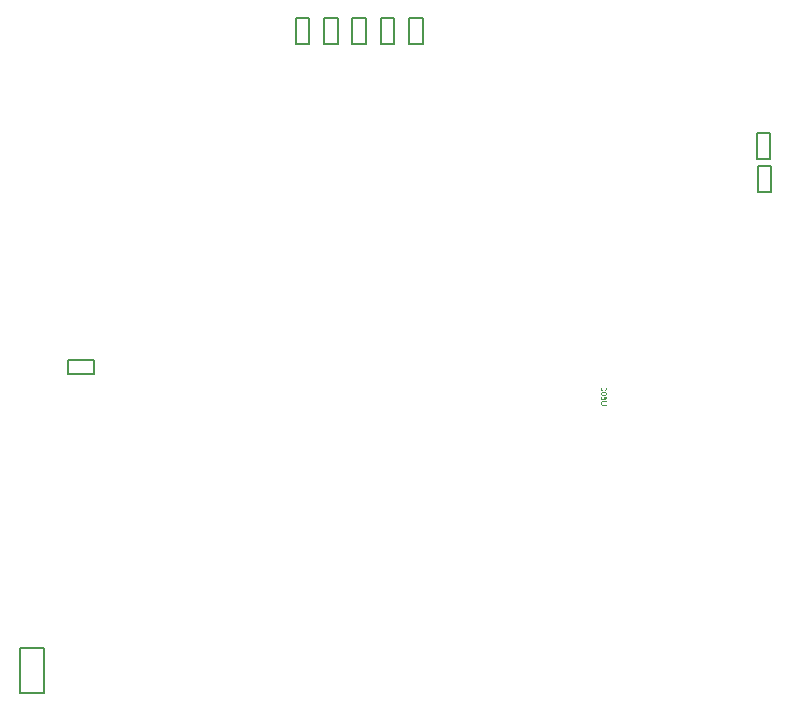
<source format=gbr>
%TF.GenerationSoftware,Altium Limited,Altium Designer,23.11.1 (41)*%
G04 Layer_Color=32768*
%FSLAX45Y45*%
%MOMM*%
%TF.SameCoordinates,D78E9C2B-A710-42EA-B38E-4640A2B68151*%
%TF.FilePolarity,Positive*%
%TF.FileFunction,Other,Bottom_Assembly*%
%TF.Part,Single*%
G01*
G75*
%TA.AperFunction,NonConductor*%
%ADD139C,0.20000*%
G36*
X5411462Y3867951D02*
X5412588D01*
X5413713Y3867881D01*
X5414698Y3867740D01*
X5415683Y3867670D01*
X5416528Y3867600D01*
X5417302Y3867459D01*
X5418005Y3867389D01*
X5418638Y3867248D01*
X5419131Y3867177D01*
X5419553Y3867107D01*
X5419905Y3867037D01*
X5420116Y3866966D01*
X5420257Y3866896D01*
X5420327D01*
X5421875Y3866474D01*
X5423282Y3865981D01*
X5424478Y3865418D01*
X5425533Y3864996D01*
X5426448Y3864504D01*
X5427081Y3864222D01*
X5427433Y3863941D01*
X5427574Y3863871D01*
X5428629Y3863097D01*
X5429544Y3862323D01*
X5430318Y3861478D01*
X5431021Y3860704D01*
X5431514Y3860001D01*
X5431866Y3859438D01*
X5432077Y3859086D01*
X5432147Y3859016D01*
Y3858946D01*
X5432710Y3857820D01*
X5433062Y3856624D01*
X5433343Y3855498D01*
X5433554Y3854443D01*
X5433695Y3853528D01*
X5433765Y3852754D01*
Y3852121D01*
X5433625Y3850221D01*
X5433343Y3848462D01*
X5432851Y3846985D01*
X5432358Y3845718D01*
X5431795Y3844663D01*
X5431584Y3844241D01*
X5431303Y3843889D01*
X5431162Y3843608D01*
X5431021Y3843396D01*
X5430881Y3843326D01*
Y3843256D01*
X5429755Y3841989D01*
X5428418Y3840934D01*
X5427081Y3840019D01*
X5425815Y3839316D01*
X5424619Y3838753D01*
X5424126Y3838471D01*
X5423634Y3838331D01*
X5423282Y3838190D01*
X5423001Y3838049D01*
X5422860Y3837979D01*
X5422790D01*
X5421734Y3837697D01*
X5420679Y3837416D01*
X5418357Y3836994D01*
X5416035Y3836642D01*
X5413854Y3836431D01*
X5412799Y3836361D01*
X5411884Y3836290D01*
X5411040D01*
X5410266Y3836220D01*
X5409703D01*
X5409210D01*
X5408929D01*
X5408859D01*
X5406396Y3836290D01*
X5404074Y3836431D01*
X5401964Y3836642D01*
X5399994Y3836994D01*
X5398164Y3837346D01*
X5396546Y3837768D01*
X5395068Y3838190D01*
X5393802Y3838612D01*
X5392676Y3839034D01*
X5391691Y3839527D01*
X5390847Y3839879D01*
X5390214Y3840230D01*
X5389651Y3840582D01*
X5389299Y3840793D01*
X5389088Y3840934D01*
X5389018Y3841004D01*
X5388173Y3841778D01*
X5387399Y3842622D01*
X5386696Y3843537D01*
X5386133Y3844452D01*
X5385640Y3845366D01*
X5385218Y3846281D01*
X5384937Y3847196D01*
X5384655Y3848040D01*
X5384444Y3848884D01*
X5384304Y3849658D01*
X5384163Y3850362D01*
X5384093Y3850925D01*
X5384022Y3851417D01*
Y3852121D01*
X5384163Y3854020D01*
X5384444Y3855779D01*
X5384937Y3857257D01*
X5385429Y3858523D01*
X5385922Y3859579D01*
X5386203Y3859931D01*
X5386414Y3860282D01*
X5386555Y3860564D01*
X5386696Y3860775D01*
X5386837Y3860845D01*
Y3860916D01*
X5388033Y3862182D01*
X5389299Y3863237D01*
X5390706Y3864152D01*
X5391973Y3864856D01*
X5393169Y3865418D01*
X5393661Y3865700D01*
X5394154Y3865841D01*
X5394506Y3865981D01*
X5394787Y3866122D01*
X5394928Y3866192D01*
X5394998D01*
X5396053Y3866544D01*
X5397109Y3866826D01*
X5399360Y3867248D01*
X5401682Y3867600D01*
X5403934Y3867811D01*
X5404919Y3867881D01*
X5405833Y3867951D01*
X5406678D01*
X5407451Y3868022D01*
X5408014D01*
X5408507D01*
X5408788D01*
X5408859D01*
X5410195D01*
X5411462Y3867951D01*
D02*
G37*
G36*
Y3830099D02*
X5412588D01*
X5413713Y3830028D01*
X5414698Y3829888D01*
X5415683Y3829817D01*
X5416528Y3829747D01*
X5417302Y3829606D01*
X5418005Y3829536D01*
X5418638Y3829395D01*
X5419131Y3829325D01*
X5419553Y3829254D01*
X5419905Y3829184D01*
X5420116Y3829114D01*
X5420257Y3829043D01*
X5420327D01*
X5421875Y3828621D01*
X5423282Y3828129D01*
X5424478Y3827566D01*
X5425533Y3827144D01*
X5426448Y3826651D01*
X5427081Y3826370D01*
X5427433Y3826088D01*
X5427574Y3826018D01*
X5428629Y3825244D01*
X5429544Y3824470D01*
X5430318Y3823626D01*
X5431021Y3822852D01*
X5431514Y3822148D01*
X5431866Y3821585D01*
X5432077Y3821234D01*
X5432147Y3821163D01*
Y3821093D01*
X5432710Y3819967D01*
X5433062Y3818771D01*
X5433343Y3817645D01*
X5433554Y3816590D01*
X5433695Y3815675D01*
X5433765Y3814901D01*
Y3814268D01*
X5433625Y3812369D01*
X5433343Y3810610D01*
X5432851Y3809132D01*
X5432358Y3807866D01*
X5431795Y3806810D01*
X5431584Y3806388D01*
X5431303Y3806036D01*
X5431162Y3805755D01*
X5431021Y3805544D01*
X5430881Y3805473D01*
Y3805403D01*
X5429755Y3804137D01*
X5428418Y3803081D01*
X5427081Y3802167D01*
X5425815Y3801463D01*
X5424619Y3800900D01*
X5424126Y3800619D01*
X5423634Y3800478D01*
X5423282Y3800337D01*
X5423001Y3800197D01*
X5422860Y3800126D01*
X5422790D01*
X5421734Y3799845D01*
X5420679Y3799563D01*
X5418357Y3799141D01*
X5416035Y3798789D01*
X5413854Y3798578D01*
X5412799Y3798508D01*
X5411884Y3798438D01*
X5411040D01*
X5410266Y3798367D01*
X5409703D01*
X5409210D01*
X5408929D01*
X5408859D01*
X5406396Y3798438D01*
X5404074Y3798578D01*
X5401964Y3798789D01*
X5399994Y3799141D01*
X5398164Y3799493D01*
X5396546Y3799915D01*
X5395068Y3800337D01*
X5393802Y3800759D01*
X5392676Y3801182D01*
X5391691Y3801674D01*
X5390847Y3802026D01*
X5390214Y3802378D01*
X5389651Y3802730D01*
X5389299Y3802941D01*
X5389088Y3803081D01*
X5389018Y3803152D01*
X5388173Y3803926D01*
X5387399Y3804770D01*
X5386696Y3805685D01*
X5386133Y3806599D01*
X5385640Y3807514D01*
X5385218Y3808429D01*
X5384937Y3809343D01*
X5384655Y3810187D01*
X5384444Y3811032D01*
X5384304Y3811806D01*
X5384163Y3812509D01*
X5384093Y3813072D01*
X5384022Y3813565D01*
Y3814268D01*
X5384163Y3816168D01*
X5384444Y3817927D01*
X5384937Y3819404D01*
X5385429Y3820671D01*
X5385922Y3821726D01*
X5386203Y3822078D01*
X5386414Y3822430D01*
X5386555Y3822711D01*
X5386696Y3822922D01*
X5386837Y3822993D01*
Y3823063D01*
X5388033Y3824329D01*
X5389299Y3825385D01*
X5390706Y3826299D01*
X5391973Y3827003D01*
X5393169Y3827566D01*
X5393661Y3827847D01*
X5394154Y3827988D01*
X5394506Y3828129D01*
X5394787Y3828269D01*
X5394928Y3828340D01*
X5394998D01*
X5396053Y3828692D01*
X5397109Y3828973D01*
X5399360Y3829395D01*
X5401682Y3829747D01*
X5403934Y3829958D01*
X5404919Y3830028D01*
X5405833Y3830099D01*
X5406678D01*
X5407451Y3830169D01*
X5408014D01*
X5408507D01*
X5408788D01*
X5408859D01*
X5410195D01*
X5411462Y3830099D01*
D02*
G37*
G36*
X5401893Y3792387D02*
X5403089Y3792246D01*
X5404285Y3792035D01*
X5405341Y3791824D01*
X5406326Y3791472D01*
X5407311Y3791120D01*
X5408155Y3790769D01*
X5408929Y3790346D01*
X5409633Y3789924D01*
X5410266Y3789573D01*
X5410758Y3789221D01*
X5411251Y3788869D01*
X5411603Y3788658D01*
X5411814Y3788447D01*
X5411954Y3788306D01*
X5412025Y3788236D01*
X5412799Y3787462D01*
X5413502Y3786618D01*
X5414065Y3785703D01*
X5414558Y3784859D01*
X5415050Y3784014D01*
X5415402Y3783170D01*
X5415894Y3781552D01*
X5416105Y3780848D01*
X5416246Y3780145D01*
X5416317Y3779582D01*
X5416387Y3779019D01*
X5416457Y3778597D01*
Y3778034D01*
X5416387Y3776767D01*
X5416176Y3775571D01*
X5415965Y3774446D01*
X5415683Y3773461D01*
X5415332Y3772616D01*
X5415120Y3771983D01*
X5414909Y3771561D01*
X5414839Y3771491D01*
Y3771420D01*
X5414135Y3770294D01*
X5413362Y3769309D01*
X5412588Y3768395D01*
X5411743Y3767691D01*
X5411040Y3767058D01*
X5410477Y3766565D01*
X5410055Y3766284D01*
X5409984Y3766214D01*
X5411251D01*
X5412517Y3766284D01*
X5413643Y3766354D01*
X5414769Y3766495D01*
X5415754Y3766565D01*
X5416668Y3766706D01*
X5417513Y3766847D01*
X5418287Y3767058D01*
X5418990Y3767199D01*
X5419553Y3767339D01*
X5420046Y3767480D01*
X5420468Y3767551D01*
X5420749Y3767691D01*
X5420960Y3767762D01*
X5421101Y3767832D01*
X5421171D01*
X5422578Y3768536D01*
X5423845Y3769239D01*
X5424830Y3770013D01*
X5425674Y3770717D01*
X5426378Y3771350D01*
X5426870Y3771842D01*
X5427152Y3772194D01*
X5427222Y3772335D01*
X5427785Y3773179D01*
X5428137Y3774023D01*
X5428418Y3774868D01*
X5428629Y3775712D01*
X5428770Y3776345D01*
X5428840Y3776908D01*
Y3777401D01*
X5428700Y3778667D01*
X5428418Y3779863D01*
X5427996Y3780848D01*
X5427574Y3781763D01*
X5427081Y3782466D01*
X5426659Y3782959D01*
X5426378Y3783240D01*
X5426237Y3783381D01*
X5425604Y3783874D01*
X5424830Y3784366D01*
X5423986Y3784788D01*
X5423141Y3785070D01*
X5422367Y3785351D01*
X5421734Y3785562D01*
X5421312Y3785633D01*
X5421242Y3785703D01*
X5421171D01*
X5421664Y3791683D01*
X5423634Y3791261D01*
X5425393Y3790628D01*
X5426941Y3789924D01*
X5428207Y3789150D01*
X5429192Y3788376D01*
X5429614Y3788095D01*
X5429966Y3787743D01*
X5430177Y3787532D01*
X5430388Y3787321D01*
X5430459Y3787251D01*
X5430529Y3787180D01*
X5431092Y3786477D01*
X5431584Y3785703D01*
X5432429Y3784155D01*
X5432991Y3782607D01*
X5433343Y3781130D01*
X5433625Y3779793D01*
X5433695Y3779230D01*
Y3778737D01*
X5433765Y3778315D01*
Y3777752D01*
X5433695Y3776345D01*
X5433554Y3775008D01*
X5433273Y3773742D01*
X5432921Y3772546D01*
X5432429Y3771491D01*
X5432006Y3770435D01*
X5431444Y3769521D01*
X5430951Y3768676D01*
X5430459Y3767973D01*
X5429896Y3767269D01*
X5429474Y3766706D01*
X5429051Y3766284D01*
X5428629Y3765932D01*
X5428348Y3765651D01*
X5428207Y3765510D01*
X5428137Y3765440D01*
X5426870Y3764525D01*
X5425393Y3763751D01*
X5423845Y3763048D01*
X5422227Y3762414D01*
X5420538Y3761922D01*
X5418849Y3761500D01*
X5417091Y3761148D01*
X5415472Y3760866D01*
X5413854Y3760655D01*
X5412377Y3760515D01*
X5411040Y3760374D01*
X5409914Y3760304D01*
X5408929D01*
X5408225Y3760233D01*
X5407944D01*
X5407733D01*
X5407663D01*
X5407592D01*
X5405341Y3760304D01*
X5403230Y3760444D01*
X5401260Y3760655D01*
X5399431Y3761007D01*
X5397812Y3761359D01*
X5396335Y3761711D01*
X5394998Y3762133D01*
X5393802Y3762625D01*
X5392817Y3763048D01*
X5391902Y3763470D01*
X5391199Y3763822D01*
X5390566Y3764244D01*
X5390073Y3764525D01*
X5389792Y3764736D01*
X5389581Y3764877D01*
X5389510Y3764947D01*
X5388525Y3765862D01*
X5387681Y3766847D01*
X5386977Y3767832D01*
X5386344Y3768817D01*
X5385781Y3769872D01*
X5385359Y3770857D01*
X5385007Y3771842D01*
X5384726Y3772827D01*
X5384515Y3773672D01*
X5384304Y3774516D01*
X5384163Y3775220D01*
X5384093Y3775853D01*
Y3776416D01*
X5384022Y3776767D01*
Y3777119D01*
X5384093Y3778737D01*
X5384374Y3780215D01*
X5384655Y3781552D01*
X5385078Y3782748D01*
X5385429Y3783662D01*
X5385781Y3784366D01*
X5385852Y3784647D01*
X5385992Y3784859D01*
X5386063Y3784929D01*
Y3784999D01*
X5386907Y3786195D01*
X5387892Y3787321D01*
X5388877Y3788236D01*
X5389862Y3789010D01*
X5390777Y3789643D01*
X5391480Y3790065D01*
X5391762Y3790206D01*
X5391973Y3790346D01*
X5392043Y3790417D01*
X5392113D01*
X5393591Y3791120D01*
X5395139Y3791613D01*
X5396546Y3791965D01*
X5397883Y3792176D01*
X5399009Y3792387D01*
X5399431D01*
X5399853Y3792457D01*
X5400205D01*
X5400416D01*
X5400556D01*
X5400627D01*
X5401893Y3792387D01*
D02*
G37*
G36*
X5433554Y3745740D02*
X5405411D01*
X5403793D01*
X5402245Y3745599D01*
X5400908Y3745458D01*
X5399642Y3745247D01*
X5398516Y3745036D01*
X5397461Y3744755D01*
X5396546Y3744543D01*
X5395772Y3744262D01*
X5395139Y3743981D01*
X5394506Y3743699D01*
X5394083Y3743418D01*
X5393661Y3743207D01*
X5393380Y3742996D01*
X5393169Y3742855D01*
X5393098Y3742784D01*
X5393028Y3742714D01*
X5392465Y3742081D01*
X5391973Y3741377D01*
X5391199Y3739829D01*
X5390636Y3738211D01*
X5390284Y3736523D01*
X5390003Y3734975D01*
X5389932Y3734342D01*
Y3733708D01*
X5389862Y3733286D01*
Y3732583D01*
X5389932Y3731105D01*
X5390143Y3729768D01*
X5390354Y3728502D01*
X5390706Y3727517D01*
X5390988Y3726673D01*
X5391199Y3726039D01*
X5391410Y3725687D01*
X5391480Y3725547D01*
X5392113Y3724562D01*
X5392887Y3723717D01*
X5393661Y3723014D01*
X5394365Y3722521D01*
X5395068Y3722099D01*
X5395561Y3721747D01*
X5395913Y3721607D01*
X5396053Y3721536D01*
X5396687Y3721325D01*
X5397320Y3721185D01*
X5398797Y3720903D01*
X5400345Y3720692D01*
X5401893Y3720551D01*
X5403230Y3720481D01*
X5403863D01*
X5404356Y3720411D01*
X5404778D01*
X5405130D01*
X5405341D01*
X5405411D01*
X5433554D01*
Y3713938D01*
X5405411D01*
X5404004D01*
X5402667Y3714008D01*
X5401401Y3714078D01*
X5400205Y3714219D01*
X5399149Y3714360D01*
X5398164Y3714501D01*
X5397250Y3714712D01*
X5396405Y3714852D01*
X5395631Y3714993D01*
X5394998Y3715204D01*
X5394435Y3715345D01*
X5394013Y3715486D01*
X5393661Y3715626D01*
X5393380Y3715697D01*
X5393239Y3715767D01*
X5393169D01*
X5391621Y3716541D01*
X5390214Y3717526D01*
X5389088Y3718511D01*
X5388103Y3719566D01*
X5387329Y3720481D01*
X5386766Y3721255D01*
X5386625Y3721536D01*
X5386485Y3721747D01*
X5386344Y3721888D01*
Y3721959D01*
X5385570Y3723717D01*
X5385007Y3725547D01*
X5384585Y3727446D01*
X5384304Y3729205D01*
X5384233Y3729979D01*
X5384163Y3730753D01*
X5384093Y3731457D01*
Y3732020D01*
X5384022Y3732512D01*
Y3733145D01*
X5384163Y3735678D01*
X5384304Y3736804D01*
X5384444Y3737859D01*
X5384655Y3738915D01*
X5384867Y3739829D01*
X5385078Y3740674D01*
X5385359Y3741448D01*
X5385640Y3742151D01*
X5385852Y3742714D01*
X5386063Y3743277D01*
X5386274Y3743699D01*
X5386485Y3744051D01*
X5386555Y3744262D01*
X5386696Y3744403D01*
Y3744473D01*
X5387751Y3746021D01*
X5388947Y3747287D01*
X5390073Y3748272D01*
X5391199Y3749117D01*
X5392184Y3749750D01*
X5392958Y3750172D01*
X5393239Y3750313D01*
X5393450Y3750454D01*
X5393591Y3750524D01*
X5393661D01*
X5394506Y3750805D01*
X5395420Y3751087D01*
X5397320Y3751509D01*
X5399290Y3751790D01*
X5401190Y3752001D01*
X5402034Y3752072D01*
X5402878Y3752142D01*
X5403582D01*
X5404215Y3752212D01*
X5404708D01*
X5405059D01*
X5405341D01*
X5405411D01*
X5433554D01*
Y3745740D01*
D02*
G37*
%LPC*%
G36*
X5409984Y3861901D02*
X5409351D01*
X5408999D01*
X5408929D01*
X5408859D01*
X5406678D01*
X5404708Y3861760D01*
X5402949Y3861619D01*
X5401260Y3861478D01*
X5399853Y3861267D01*
X5398516Y3860986D01*
X5397390Y3860704D01*
X5396335Y3860493D01*
X5395491Y3860212D01*
X5394787Y3859931D01*
X5394154Y3859719D01*
X5393661Y3859438D01*
X5393310Y3859297D01*
X5393098Y3859157D01*
X5392958Y3859016D01*
X5392887D01*
X5392184Y3858453D01*
X5391621Y3857890D01*
X5391058Y3857327D01*
X5390636Y3856764D01*
X5389932Y3855568D01*
X5389440Y3854513D01*
X5389158Y3853528D01*
X5389018Y3852824D01*
X5388947Y3852543D01*
Y3852121D01*
X5389018Y3851347D01*
X5389088Y3850643D01*
X5389581Y3849306D01*
X5390214Y3848110D01*
X5390917Y3847055D01*
X5391621Y3846281D01*
X5392254Y3845648D01*
X5392747Y3845296D01*
X5392817Y3845155D01*
X5392887D01*
X5393732Y3844663D01*
X5394717Y3844241D01*
X5395842Y3843819D01*
X5397038Y3843537D01*
X5398305Y3843256D01*
X5399642Y3843045D01*
X5402386Y3842693D01*
X5403652Y3842552D01*
X5404848Y3842482D01*
X5405974Y3842411D01*
X5406889D01*
X5407733Y3842341D01*
X5408366D01*
X5408718D01*
X5408859D01*
X5411040Y3842411D01*
X5413010Y3842482D01*
X5414839Y3842622D01*
X5416528Y3842834D01*
X5418005Y3843045D01*
X5419342Y3843326D01*
X5420538Y3843608D01*
X5421593Y3843889D01*
X5422508Y3844170D01*
X5423282Y3844381D01*
X5423915Y3844663D01*
X5424478Y3844874D01*
X5424830Y3845085D01*
X5425111Y3845226D01*
X5425252Y3845366D01*
X5425322D01*
X5425956Y3845859D01*
X5426518Y3846351D01*
X5426941Y3846914D01*
X5427363Y3847477D01*
X5427996Y3848603D01*
X5428418Y3849658D01*
X5428629Y3850573D01*
X5428770Y3851347D01*
X5428840Y3851628D01*
Y3852050D01*
X5428770Y3852824D01*
X5428700Y3853598D01*
X5428489Y3854302D01*
X5428207Y3854935D01*
X5427574Y3856131D01*
X5426870Y3857187D01*
X5426096Y3857961D01*
X5425463Y3858594D01*
X5425182Y3858805D01*
X5424971Y3858946D01*
X5424900Y3859086D01*
X5424830D01*
X5423986Y3859579D01*
X5423001Y3860001D01*
X5421875Y3860423D01*
X5420679Y3860704D01*
X5419412Y3860986D01*
X5418076Y3861197D01*
X5415402Y3861549D01*
X5414065Y3861690D01*
X5412869Y3861760D01*
X5411743Y3861830D01*
X5410829D01*
X5409984Y3861901D01*
D02*
G37*
G36*
Y3824048D02*
X5409351D01*
X5408999D01*
X5408929D01*
X5408859D01*
X5406678D01*
X5404708Y3823907D01*
X5402949Y3823767D01*
X5401260Y3823626D01*
X5399853Y3823415D01*
X5398516Y3823133D01*
X5397390Y3822852D01*
X5396335Y3822641D01*
X5395491Y3822359D01*
X5394787Y3822078D01*
X5394154Y3821867D01*
X5393661Y3821585D01*
X5393310Y3821445D01*
X5393098Y3821304D01*
X5392958Y3821163D01*
X5392887D01*
X5392184Y3820600D01*
X5391621Y3820038D01*
X5391058Y3819475D01*
X5390636Y3818912D01*
X5389932Y3817716D01*
X5389440Y3816660D01*
X5389158Y3815675D01*
X5389018Y3814972D01*
X5388947Y3814690D01*
Y3814268D01*
X5389018Y3813494D01*
X5389088Y3812791D01*
X5389581Y3811454D01*
X5390214Y3810258D01*
X5390917Y3809202D01*
X5391621Y3808429D01*
X5392254Y3807795D01*
X5392747Y3807443D01*
X5392817Y3807303D01*
X5392887D01*
X5393732Y3806810D01*
X5394717Y3806388D01*
X5395842Y3805966D01*
X5397038Y3805685D01*
X5398305Y3805403D01*
X5399642Y3805192D01*
X5402386Y3804840D01*
X5403652Y3804700D01*
X5404848Y3804629D01*
X5405974Y3804559D01*
X5406889D01*
X5407733Y3804488D01*
X5408366D01*
X5408718D01*
X5408859D01*
X5411040Y3804559D01*
X5413010Y3804629D01*
X5414839Y3804770D01*
X5416528Y3804981D01*
X5418005Y3805192D01*
X5419342Y3805473D01*
X5420538Y3805755D01*
X5421593Y3806036D01*
X5422508Y3806318D01*
X5423282Y3806529D01*
X5423915Y3806810D01*
X5424478Y3807021D01*
X5424830Y3807232D01*
X5425111Y3807373D01*
X5425252Y3807514D01*
X5425322D01*
X5425956Y3808006D01*
X5426518Y3808499D01*
X5426941Y3809062D01*
X5427363Y3809625D01*
X5427996Y3810750D01*
X5428418Y3811806D01*
X5428629Y3812720D01*
X5428770Y3813494D01*
X5428840Y3813776D01*
Y3814198D01*
X5428770Y3814972D01*
X5428700Y3815746D01*
X5428489Y3816449D01*
X5428207Y3817083D01*
X5427574Y3818279D01*
X5426870Y3819334D01*
X5426096Y3820108D01*
X5425463Y3820741D01*
X5425182Y3820952D01*
X5424971Y3821093D01*
X5424900Y3821234D01*
X5424830D01*
X5423986Y3821726D01*
X5423001Y3822148D01*
X5421875Y3822570D01*
X5420679Y3822852D01*
X5419412Y3823133D01*
X5418076Y3823344D01*
X5415402Y3823696D01*
X5414065Y3823837D01*
X5412869Y3823907D01*
X5411743Y3823978D01*
X5410829D01*
X5409984Y3824048D01*
D02*
G37*
G36*
X5400767Y3786336D02*
X5400486D01*
X5400345D01*
X5400275D01*
X5398375Y3786195D01*
X5396757Y3785914D01*
X5395350Y3785492D01*
X5394154Y3784999D01*
X5393239Y3784436D01*
X5392536Y3784014D01*
X5392113Y3783733D01*
X5392043Y3783592D01*
X5391973D01*
X5391410Y3783100D01*
X5390988Y3782537D01*
X5390214Y3781411D01*
X5389721Y3780285D01*
X5389299Y3779300D01*
X5389088Y3778386D01*
X5389018Y3777682D01*
X5388947Y3777401D01*
Y3777049D01*
X5389018Y3776064D01*
X5389158Y3775149D01*
X5389440Y3774305D01*
X5389721Y3773601D01*
X5389932Y3772968D01*
X5390214Y3772476D01*
X5390354Y3772194D01*
X5390425Y3772053D01*
X5391058Y3771209D01*
X5391691Y3770506D01*
X5392465Y3769872D01*
X5393098Y3769380D01*
X5393732Y3768958D01*
X5394224Y3768676D01*
X5394576Y3768465D01*
X5394717Y3768395D01*
X5395772Y3767973D01*
X5396827Y3767691D01*
X5397812Y3767410D01*
X5398727Y3767269D01*
X5399501Y3767199D01*
X5400134Y3767128D01*
X5400486D01*
X5400627D01*
X5402315Y3767269D01*
X5403793Y3767551D01*
X5405130Y3768043D01*
X5406185Y3768536D01*
X5407100Y3769028D01*
X5407733Y3769521D01*
X5408085Y3769802D01*
X5408225Y3769943D01*
X5409210Y3771068D01*
X5409914Y3772194D01*
X5410477Y3773390D01*
X5410829Y3774446D01*
X5411040Y3775431D01*
X5411110Y3776134D01*
X5411180Y3776416D01*
Y3776838D01*
X5411040Y3778315D01*
X5410688Y3779652D01*
X5410266Y3780778D01*
X5409703Y3781763D01*
X5409140Y3782537D01*
X5408718Y3783100D01*
X5408366Y3783451D01*
X5408225Y3783592D01*
X5407029Y3784507D01*
X5405763Y3785210D01*
X5404426Y3785703D01*
X5403160Y3785984D01*
X5402034Y3786195D01*
X5401541Y3786266D01*
X5401119D01*
X5400767Y3786336D01*
D02*
G37*
%LPD*%
D139*
X3155030Y6772989D02*
Y6993811D01*
X3040030D02*
X3155030D01*
X3040030Y6772989D02*
Y6993811D01*
Y6772989D02*
X3155030D01*
X465813Y1282593D02*
X667027D01*
X465813D02*
Y1663807D01*
X667027D01*
Y1282593D02*
Y1663807D01*
X870029Y3986180D02*
Y4101180D01*
X1090851D01*
Y3986180D02*
Y4101180D01*
X870029Y3986180D02*
X1090851D01*
X3280060Y6993811D02*
X3395060D01*
Y6772989D02*
Y6993811D01*
X3280060Y6772989D02*
X3395060D01*
X3280060D02*
Y6993811D01*
X6711600Y5525849D02*
X6826600D01*
X6711600D02*
Y5746671D01*
X6826600D01*
Y5525849D02*
Y5746671D01*
X6701440Y6026071D02*
X6816440D01*
Y5805249D02*
Y6026071D01*
X6701440Y5805249D02*
X6816440D01*
X6701440D02*
Y6026071D01*
X3760120Y6772989D02*
X3875120D01*
X3760120D02*
Y6993811D01*
X3875120D01*
Y6772989D02*
Y6993811D01*
X3520090Y6772989D02*
X3635090D01*
X3520090D02*
Y6993811D01*
X3635090D01*
Y6772989D02*
Y6993811D01*
X2800000Y6772989D02*
X2915000D01*
X2800000D02*
Y6993811D01*
X2915000D01*
Y6772989D02*
Y6993811D01*
%TF.MD5,bf4c45a738cc495f3e897729d1d40b03*%
M02*

</source>
